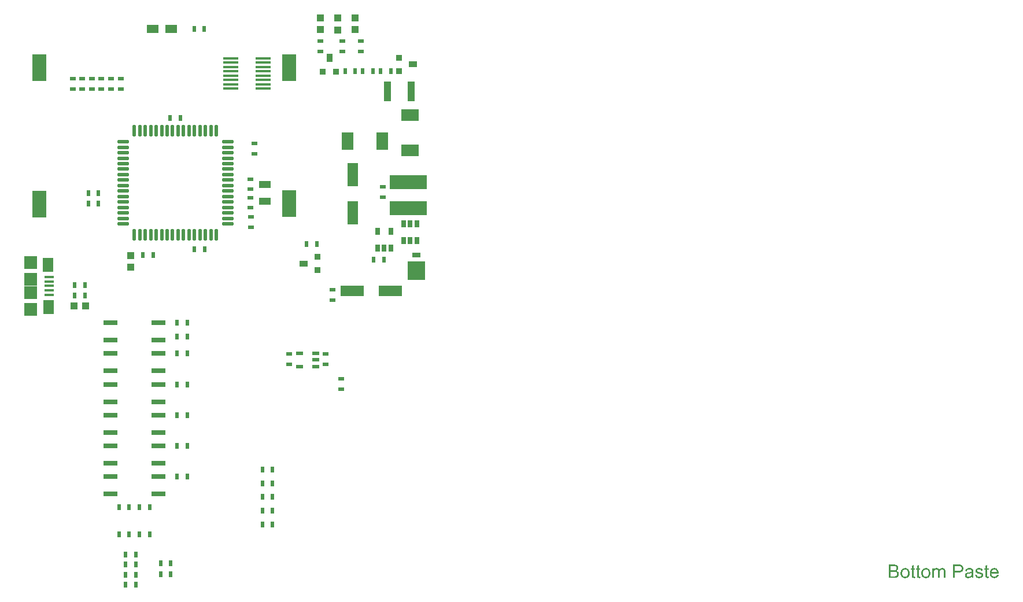
<source format=gbp>
%FSLAX25Y25*%
%MOIN*%
G70*
G01*
G75*
G04 Layer_Color=128*
%ADD10R,0.05906X0.05118*%
%ADD11R,0.03000X0.13386*%
%ADD12C,0.01200*%
%ADD13C,0.02500*%
%ADD14C,0.05000*%
%ADD15C,0.17716*%
%ADD16C,0.08661*%
%ADD17C,0.05906*%
%ADD18C,0.10000*%
%ADD19C,0.07874*%
%ADD20C,0.07000*%
%ADD21R,0.07000X0.07000*%
%ADD22C,0.07874*%
%ADD23R,0.05906X0.05906*%
%ADD24R,0.07000X0.07000*%
%ADD25C,0.04724*%
%ADD26C,0.06000*%
%ADD27C,0.03150*%
%ADD28C,0.03937*%
%ADD29R,0.03937X0.11811*%
%ADD30R,0.02756X0.03937*%
%ADD31R,0.03600X0.03600*%
%ADD32R,0.05000X0.03600*%
%ADD33R,0.02362X0.03543*%
%ADD34R,0.03543X0.02362*%
%ADD35R,0.03937X0.04331*%
%ADD36R,0.09843X0.07087*%
%ADD37R,0.07087X0.09843*%
%ADD38R,0.06299X0.13780*%
%ADD39R,0.13780X0.06299*%
%ADD40R,0.03937X0.02362*%
%ADD41O,0.08858X0.01575*%
%ADD42R,0.06890X0.04921*%
%ADD43O,0.02165X0.06890*%
%ADD44O,0.06890X0.02165*%
%ADD45R,0.07087X0.03937*%
%ADD46R,0.04331X0.03937*%
%ADD47R,0.07874X0.03150*%
%ADD48R,0.03600X0.05000*%
%ADD49R,0.03600X0.03600*%
%ADD50R,0.02559X0.04331*%
%ADD51R,0.05315X0.01575*%
%ADD52R,0.06299X0.08268*%
%ADD53R,0.07480X0.07480*%
%ADD54R,0.21654X0.08465*%
%ADD55R,0.05000X0.02500*%
%ADD56R,0.10000X0.10512*%
%ADD57C,0.02000*%
%ADD58C,0.10000*%
%ADD59R,0.46850X0.13386*%
%ADD60R,0.24410X0.18504*%
%ADD61R,0.34646X0.04724*%
%ADD62R,0.25591X0.18110*%
%ADD63R,0.20079X0.05512*%
%ADD64R,0.10236X0.26378*%
%ADD65R,0.27559X0.20472*%
%ADD66R,0.27165X0.35433*%
%ADD67R,0.08661X0.04331*%
%ADD68R,0.09449X0.02362*%
%ADD69R,0.05118X0.07087*%
%ADD70R,0.03937X0.05118*%
%ADD71R,0.03937X0.03150*%
%ADD72R,0.07874X0.15748*%
%ADD73C,0.00965*%
%ADD74C,0.01000*%
%ADD75C,0.00500*%
%ADD76C,0.00700*%
%ADD77R,0.06706X0.05918*%
%ADD78R,0.03800X0.14186*%
%ADD79C,0.18517*%
%ADD80C,0.09461*%
%ADD81C,0.06706*%
%ADD82C,0.10800*%
%ADD83C,0.13874*%
%ADD84C,0.07800*%
%ADD85R,0.07800X0.07800*%
%ADD86C,0.08674*%
%ADD87R,0.06706X0.06706*%
%ADD88R,0.07800X0.07800*%
%ADD89C,0.05524*%
G04:AMPARAMS|DCode=90|XSize=8mil|YSize=8mil|CornerRadius=0mil|HoleSize=0mil|Usage=FLASHONLY|Rotation=90.000|XOffset=0mil|YOffset=0mil|HoleType=Round|Shape=RoundedRectangle|*
%AMROUNDEDRECTD90*
21,1,0.00800,0.00800,0,0,90.0*
21,1,0.00800,0.00800,0,0,90.0*
1,1,0.00000,0.00400,0.00400*
1,1,0.00000,0.00400,-0.00400*
1,1,0.00000,-0.00400,-0.00400*
1,1,0.00000,-0.00400,0.00400*
%
%ADD90ROUNDEDRECTD90*%
%ADD91C,0.06800*%
%ADD92R,0.04737X0.12611*%
%ADD93R,0.03556X0.04737*%
%ADD94R,0.04400X0.04400*%
%ADD95R,0.05800X0.04400*%
%ADD96R,0.03162X0.04343*%
%ADD97R,0.04343X0.03162*%
%ADD98R,0.04737X0.05131*%
%ADD99R,0.10642X0.07887*%
%ADD100R,0.07887X0.10642*%
%ADD101R,0.07099X0.14579*%
%ADD102R,0.14579X0.07099*%
%ADD103R,0.04737X0.03162*%
%ADD104O,0.09658X0.02375*%
%ADD105R,0.07690X0.05721*%
%ADD106O,0.02965X0.07690*%
%ADD107O,0.07690X0.02965*%
%ADD108R,0.07887X0.04737*%
%ADD109R,0.05131X0.04737*%
%ADD110R,0.08674X0.03950*%
%ADD111R,0.04400X0.05800*%
%ADD112R,0.04400X0.04400*%
%ADD113R,0.03359X0.05131*%
%ADD114R,0.06115X0.02375*%
%ADD115R,0.07099X0.09068*%
%ADD116R,0.08280X0.08280*%
%ADD117R,0.22453X0.09265*%
%ADD118R,0.05800X0.03300*%
%ADD119R,0.10800X0.11312*%
%ADD120R,0.08674X0.16548*%
G36*
X558870Y35812D02*
X559825D01*
Y35079D01*
X558870D01*
Y31801D01*
Y31779D01*
Y31735D01*
Y31668D01*
X558881Y31590D01*
X558892Y31412D01*
X558903Y31335D01*
X558914Y31279D01*
X558925Y31257D01*
X558959Y31212D01*
X559003Y31157D01*
X559081Y31101D01*
X559103Y31090D01*
X559159Y31068D01*
X559259Y31046D01*
X559403Y31035D01*
X559514D01*
X559570Y31046D01*
X559648D01*
X559736Y31057D01*
X559825Y31068D01*
X559948Y30235D01*
X559925D01*
X559881Y30224D01*
X559803Y30213D01*
X559703Y30201D01*
X559592Y30179D01*
X559470Y30168D01*
X559226Y30157D01*
X559137D01*
X559048Y30168D01*
X558937Y30179D01*
X558803Y30190D01*
X558670Y30224D01*
X558548Y30257D01*
X558426Y30312D01*
X558414Y30324D01*
X558381Y30346D01*
X558337Y30379D01*
X558270Y30435D01*
X558215Y30490D01*
X558148Y30568D01*
X558081Y30646D01*
X558037Y30746D01*
Y30757D01*
X558014Y30801D01*
X558003Y30879D01*
X557981Y30990D01*
X557959Y31135D01*
X557948Y31223D01*
Y31324D01*
X557937Y31446D01*
X557926Y31568D01*
Y31701D01*
Y31857D01*
Y35079D01*
X557226D01*
Y35812D01*
X557926D01*
Y37190D01*
X558870Y37756D01*
Y35812D01*
D02*
G37*
G36*
X519441D02*
X520396D01*
Y35079D01*
X519441D01*
Y31801D01*
Y31779D01*
Y31735D01*
Y31668D01*
X519452Y31590D01*
X519463Y31412D01*
X519474Y31335D01*
X519485Y31279D01*
X519496Y31257D01*
X519529Y31212D01*
X519574Y31157D01*
X519652Y31101D01*
X519674Y31090D01*
X519729Y31068D01*
X519829Y31046D01*
X519974Y31035D01*
X520085D01*
X520141Y31046D01*
X520218D01*
X520307Y31057D01*
X520396Y31068D01*
X520518Y30235D01*
X520496D01*
X520452Y30224D01*
X520374Y30213D01*
X520274Y30201D01*
X520163Y30179D01*
X520041Y30168D01*
X519796Y30157D01*
X519707D01*
X519618Y30168D01*
X519507Y30179D01*
X519374Y30190D01*
X519241Y30224D01*
X519118Y30257D01*
X518996Y30312D01*
X518985Y30324D01*
X518952Y30346D01*
X518907Y30379D01*
X518841Y30435D01*
X518785Y30490D01*
X518718Y30568D01*
X518652Y30646D01*
X518607Y30746D01*
Y30757D01*
X518585Y30801D01*
X518574Y30879D01*
X518552Y30990D01*
X518530Y31135D01*
X518518Y31223D01*
Y31324D01*
X518507Y31446D01*
X518496Y31568D01*
Y31701D01*
Y31857D01*
Y35079D01*
X517796D01*
Y35812D01*
X518496D01*
Y37190D01*
X519441Y37756D01*
Y35812D01*
D02*
G37*
G36*
X505386Y37912D02*
X505475D01*
X505675Y37890D01*
X505898Y37867D01*
X506131Y37823D01*
X506364Y37767D01*
X506575Y37690D01*
X506586D01*
X506597Y37678D01*
X506664Y37645D01*
X506764Y37589D01*
X506875Y37512D01*
X507009Y37412D01*
X507153Y37290D01*
X507286Y37134D01*
X507408Y36967D01*
X507419Y36945D01*
X507453Y36878D01*
X507508Y36790D01*
X507564Y36656D01*
X507619Y36501D01*
X507675Y36334D01*
X507708Y36145D01*
X507720Y35956D01*
Y35934D01*
Y35879D01*
X507708Y35779D01*
X507686Y35656D01*
X507653Y35512D01*
X507597Y35356D01*
X507531Y35201D01*
X507442Y35034D01*
X507431Y35012D01*
X507397Y34968D01*
X507331Y34879D01*
X507242Y34790D01*
X507131Y34679D01*
X506997Y34556D01*
X506831Y34445D01*
X506642Y34334D01*
X506653D01*
X506675Y34323D01*
X506708Y34312D01*
X506753Y34290D01*
X506886Y34245D01*
X507042Y34168D01*
X507208Y34068D01*
X507397Y33945D01*
X507564Y33801D01*
X507720Y33623D01*
X507731Y33601D01*
X507775Y33534D01*
X507842Y33434D01*
X507908Y33301D01*
X507975Y33123D01*
X508042Y32934D01*
X508086Y32712D01*
X508097Y32468D01*
Y32457D01*
Y32446D01*
Y32379D01*
X508086Y32268D01*
X508064Y32135D01*
X508042Y31979D01*
X507997Y31812D01*
X507942Y31635D01*
X507864Y31457D01*
X507853Y31435D01*
X507820Y31379D01*
X507775Y31301D01*
X507708Y31190D01*
X507619Y31079D01*
X507531Y30957D01*
X507419Y30835D01*
X507297Y30735D01*
X507286Y30724D01*
X507242Y30690D01*
X507164Y30646D01*
X507064Y30601D01*
X506942Y30535D01*
X506797Y30468D01*
X506642Y30413D01*
X506453Y30357D01*
X506431D01*
X506364Y30335D01*
X506253Y30324D01*
X506109Y30301D01*
X505931Y30279D01*
X505720Y30257D01*
X505486Y30246D01*
X505220Y30235D01*
X502287D01*
Y37923D01*
X505309D01*
X505386Y37912D01*
D02*
G37*
G36*
X542694D02*
X542883Y37901D01*
X543083Y37890D01*
X543271Y37867D01*
X543438Y37845D01*
X543460D01*
X543538Y37823D01*
X543638Y37801D01*
X543772Y37767D01*
X543916Y37712D01*
X544071Y37645D01*
X544238Y37567D01*
X544382Y37478D01*
X544405Y37467D01*
X544449Y37434D01*
X544516Y37367D01*
X544605Y37290D01*
X544705Y37190D01*
X544805Y37056D01*
X544916Y36912D01*
X545005Y36745D01*
X545016Y36723D01*
X545038Y36667D01*
X545082Y36567D01*
X545127Y36434D01*
X545160Y36279D01*
X545205Y36101D01*
X545227Y35901D01*
X545238Y35690D01*
Y35679D01*
Y35645D01*
Y35601D01*
X545227Y35523D01*
X545216Y35445D01*
X545205Y35345D01*
X545182Y35234D01*
X545160Y35112D01*
X545082Y34857D01*
X545038Y34723D01*
X544971Y34579D01*
X544894Y34434D01*
X544816Y34301D01*
X544716Y34168D01*
X544605Y34034D01*
X544594Y34023D01*
X544571Y34001D01*
X544538Y33968D01*
X544483Y33934D01*
X544416Y33879D01*
X544327Y33823D01*
X544216Y33757D01*
X544094Y33701D01*
X543949Y33634D01*
X543783Y33568D01*
X543605Y33512D01*
X543394Y33468D01*
X543172Y33423D01*
X542927Y33390D01*
X542649Y33368D01*
X542360Y33357D01*
X540394D01*
Y30235D01*
X539372D01*
Y37923D01*
X542527D01*
X542694Y37912D01*
D02*
G37*
G36*
X549015Y35923D02*
X549182Y35912D01*
X549371Y35890D01*
X549560Y35856D01*
X549749Y35812D01*
X549926Y35756D01*
X549949Y35745D01*
X550004Y35723D01*
X550082Y35690D01*
X550182Y35645D01*
X550293Y35579D01*
X550404Y35512D01*
X550504Y35423D01*
X550593Y35334D01*
X550604Y35323D01*
X550626Y35290D01*
X550660Y35234D01*
X550704Y35168D01*
X550760Y35068D01*
X550804Y34968D01*
X550848Y34845D01*
X550882Y34701D01*
Y34690D01*
X550893Y34657D01*
X550904Y34590D01*
X550915Y34501D01*
Y34379D01*
X550926Y34234D01*
X550937Y34045D01*
Y33834D01*
Y32568D01*
Y32557D01*
Y32512D01*
Y32446D01*
Y32357D01*
Y32257D01*
Y32135D01*
X550948Y31868D01*
Y31590D01*
X550960Y31312D01*
X550971Y31190D01*
Y31079D01*
X550982Y30979D01*
X550993Y30901D01*
Y30890D01*
X551004Y30846D01*
X551015Y30779D01*
X551049Y30690D01*
X551071Y30590D01*
X551115Y30479D01*
X551171Y30357D01*
X551226Y30235D01*
X550238D01*
X550226Y30246D01*
X550215Y30290D01*
X550193Y30346D01*
X550160Y30435D01*
X550126Y30535D01*
X550104Y30657D01*
X550082Y30790D01*
X550060Y30935D01*
X550049D01*
X550037Y30912D01*
X549971Y30857D01*
X549871Y30779D01*
X549738Y30679D01*
X549571Y30579D01*
X549404Y30468D01*
X549227Y30368D01*
X549038Y30290D01*
X549015Y30279D01*
X548949Y30268D01*
X548849Y30235D01*
X548727Y30201D01*
X548571Y30168D01*
X548393Y30146D01*
X548193Y30124D01*
X547993Y30112D01*
X547904D01*
X547838Y30124D01*
X547760D01*
X547671Y30135D01*
X547471Y30168D01*
X547249Y30224D01*
X547005Y30301D01*
X546782Y30413D01*
X546582Y30557D01*
X546560Y30579D01*
X546504Y30635D01*
X546427Y30735D01*
X546338Y30868D01*
X546249Y31035D01*
X546171Y31223D01*
X546116Y31457D01*
X546105Y31568D01*
X546094Y31701D01*
Y31723D01*
Y31768D01*
X546105Y31846D01*
X546116Y31946D01*
X546138Y32068D01*
X546171Y32190D01*
X546216Y32323D01*
X546271Y32446D01*
X546282Y32457D01*
X546305Y32501D01*
X546349Y32568D01*
X546405Y32646D01*
X546471Y32735D01*
X546560Y32823D01*
X546649Y32912D01*
X546760Y32990D01*
X546771Y33001D01*
X546816Y33023D01*
X546871Y33068D01*
X546960Y33112D01*
X547060Y33157D01*
X547182Y33212D01*
X547304Y33257D01*
X547449Y33301D01*
X547460D01*
X547504Y33312D01*
X547571Y33334D01*
X547660Y33345D01*
X547771Y33368D01*
X547916Y33390D01*
X548082Y33423D01*
X548282Y33446D01*
X548293D01*
X548338Y33457D01*
X548393D01*
X548471Y33468D01*
X548560Y33479D01*
X548671Y33501D01*
X548793Y33512D01*
X548926Y33534D01*
X549193Y33590D01*
X549482Y33645D01*
X549738Y33712D01*
X549860Y33746D01*
X549971Y33779D01*
Y33790D01*
Y33812D01*
X549982Y33879D01*
Y33957D01*
Y34001D01*
Y34023D01*
Y34034D01*
Y34045D01*
Y34112D01*
X549971Y34223D01*
X549949Y34345D01*
X549915Y34479D01*
X549860Y34612D01*
X549793Y34734D01*
X549704Y34834D01*
X549693Y34845D01*
X549638Y34890D01*
X549549Y34934D01*
X549438Y35001D01*
X549282Y35056D01*
X549104Y35112D01*
X548882Y35145D01*
X548627Y35156D01*
X548515D01*
X548404Y35145D01*
X548249Y35123D01*
X548093Y35101D01*
X547927Y35056D01*
X547771Y35001D01*
X547638Y34923D01*
X547627Y34912D01*
X547582Y34879D01*
X547527Y34823D01*
X547460Y34734D01*
X547393Y34623D01*
X547316Y34479D01*
X547249Y34301D01*
X547182Y34101D01*
X546260Y34223D01*
Y34234D01*
X546271Y34245D01*
Y34279D01*
X546282Y34323D01*
X546316Y34423D01*
X546360Y34568D01*
X546416Y34712D01*
X546482Y34868D01*
X546571Y35023D01*
X546671Y35168D01*
X546682Y35179D01*
X546727Y35223D01*
X546793Y35290D01*
X546882Y35379D01*
X547005Y35467D01*
X547149Y35556D01*
X547316Y35656D01*
X547504Y35734D01*
X547515D01*
X547527Y35745D01*
X547560Y35756D01*
X547604Y35767D01*
X547716Y35801D01*
X547871Y35834D01*
X548049Y35868D01*
X548271Y35901D01*
X548504Y35923D01*
X548771Y35934D01*
X548893D01*
X549015Y35923D01*
D02*
G37*
G36*
X516452Y35812D02*
X517407D01*
Y35079D01*
X516452D01*
Y31801D01*
Y31779D01*
Y31735D01*
Y31668D01*
X516463Y31590D01*
X516474Y31412D01*
X516485Y31335D01*
X516496Y31279D01*
X516507Y31257D01*
X516541Y31212D01*
X516585Y31157D01*
X516663Y31101D01*
X516685Y31090D01*
X516741Y31068D01*
X516841Y31046D01*
X516985Y31035D01*
X517096D01*
X517152Y31046D01*
X517230D01*
X517318Y31057D01*
X517407Y31068D01*
X517530Y30235D01*
X517507D01*
X517463Y30224D01*
X517385Y30213D01*
X517285Y30201D01*
X517174Y30179D01*
X517052Y30168D01*
X516808Y30157D01*
X516719D01*
X516630Y30168D01*
X516519Y30179D01*
X516385Y30190D01*
X516252Y30224D01*
X516130Y30257D01*
X516008Y30312D01*
X515997Y30324D01*
X515963Y30346D01*
X515919Y30379D01*
X515852Y30435D01*
X515797Y30490D01*
X515730Y30568D01*
X515663Y30646D01*
X515619Y30746D01*
Y30757D01*
X515596Y30801D01*
X515585Y30879D01*
X515563Y30990D01*
X515541Y31135D01*
X515530Y31223D01*
Y31324D01*
X515519Y31446D01*
X515508Y31568D01*
Y31701D01*
Y31857D01*
Y35079D01*
X514808D01*
Y35812D01*
X515508D01*
Y37190D01*
X516452Y37756D01*
Y35812D01*
D02*
G37*
G36*
X511819Y35923D02*
X511919Y35912D01*
X512030Y35890D01*
X512152Y35868D01*
X512297Y35845D01*
X512597Y35745D01*
X512752Y35690D01*
X512908Y35612D01*
X513063Y35534D01*
X513219Y35423D01*
X513363Y35312D01*
X513508Y35179D01*
X513519Y35168D01*
X513541Y35145D01*
X513575Y35101D01*
X513619Y35045D01*
X513674Y34968D01*
X513741Y34868D01*
X513808Y34756D01*
X513874Y34634D01*
X513941Y34501D01*
X514008Y34334D01*
X514074Y34168D01*
X514130Y33979D01*
X514174Y33779D01*
X514208Y33568D01*
X514230Y33345D01*
X514241Y33101D01*
Y33090D01*
Y33057D01*
Y33001D01*
Y32923D01*
X514230Y32834D01*
X514219Y32723D01*
Y32612D01*
X514197Y32490D01*
X514163Y32212D01*
X514097Y31934D01*
X514019Y31657D01*
X513908Y31401D01*
Y31390D01*
X513897Y31379D01*
X513874Y31346D01*
X513852Y31301D01*
X513774Y31190D01*
X513674Y31057D01*
X513541Y30901D01*
X513375Y30746D01*
X513186Y30590D01*
X512963Y30446D01*
X512952D01*
X512941Y30435D01*
X512908Y30413D01*
X512852Y30390D01*
X512797Y30368D01*
X512730Y30346D01*
X512564Y30279D01*
X512375Y30224D01*
X512141Y30168D01*
X511897Y30124D01*
X511630Y30112D01*
X511519D01*
X511430Y30124D01*
X511330Y30135D01*
X511219Y30157D01*
X511086Y30179D01*
X510953Y30201D01*
X510652Y30290D01*
X510486Y30357D01*
X510330Y30424D01*
X510175Y30512D01*
X510019Y30612D01*
X509875Y30724D01*
X509730Y30857D01*
X509719Y30868D01*
X509697Y30890D01*
X509664Y30935D01*
X509619Y31001D01*
X509564Y31079D01*
X509508Y31168D01*
X509442Y31279D01*
X509375Y31412D01*
X509308Y31557D01*
X509242Y31723D01*
X509186Y31901D01*
X509130Y32090D01*
X509086Y32301D01*
X509053Y32523D01*
X509030Y32768D01*
X509019Y33023D01*
Y33046D01*
Y33090D01*
X509030Y33168D01*
Y33279D01*
X509042Y33401D01*
X509064Y33557D01*
X509086Y33712D01*
X509130Y33890D01*
X509175Y34068D01*
X509231Y34257D01*
X509297Y34457D01*
X509386Y34645D01*
X509475Y34823D01*
X509597Y35001D01*
X509719Y35168D01*
X509875Y35312D01*
X509886Y35323D01*
X509908Y35334D01*
X509953Y35368D01*
X510008Y35412D01*
X510075Y35456D01*
X510164Y35512D01*
X510253Y35568D01*
X510364Y35623D01*
X510486Y35679D01*
X510619Y35734D01*
X510919Y35834D01*
X511264Y35912D01*
X511441Y35923D01*
X511630Y35934D01*
X511741D01*
X511819Y35923D01*
D02*
G37*
G36*
X533273D02*
X533350D01*
X533428Y35912D01*
X533617Y35879D01*
X533817Y35823D01*
X534028Y35734D01*
X534239Y35623D01*
X534417Y35467D01*
X534439Y35445D01*
X534483Y35379D01*
X534561Y35279D01*
X534595Y35201D01*
X534639Y35123D01*
X534684Y35023D01*
X534717Y34923D01*
X534761Y34812D01*
X534795Y34679D01*
X534817Y34545D01*
X534839Y34390D01*
X534861Y34234D01*
Y34056D01*
Y30235D01*
X533917D01*
Y33734D01*
Y33746D01*
Y33757D01*
Y33823D01*
Y33923D01*
X533906Y34045D01*
X533895Y34179D01*
X533884Y34312D01*
X533861Y34445D01*
X533828Y34545D01*
Y34556D01*
X533806Y34590D01*
X533784Y34634D01*
X533750Y34690D01*
X533706Y34756D01*
X533650Y34823D01*
X533584Y34890D01*
X533495Y34956D01*
X533484Y34968D01*
X533450Y34979D01*
X533406Y35001D01*
X533328Y35034D01*
X533250Y35068D01*
X533150Y35090D01*
X533050Y35101D01*
X532928Y35112D01*
X532872D01*
X532828Y35101D01*
X532717Y35090D01*
X532584Y35068D01*
X532428Y35012D01*
X532262Y34945D01*
X532095Y34845D01*
X531939Y34712D01*
X531928Y34690D01*
X531884Y34634D01*
X531817Y34545D01*
X531750Y34412D01*
X531673Y34234D01*
X531617Y34023D01*
X531573Y33768D01*
X531551Y33468D01*
Y30235D01*
X530606D01*
Y33845D01*
Y33857D01*
Y33879D01*
Y33901D01*
Y33945D01*
X530595Y34068D01*
X530573Y34201D01*
X530551Y34356D01*
X530506Y34512D01*
X530451Y34657D01*
X530373Y34790D01*
X530362Y34801D01*
X530328Y34845D01*
X530273Y34890D01*
X530195Y34956D01*
X530095Y35012D01*
X529962Y35068D01*
X529806Y35101D01*
X529617Y35112D01*
X529551D01*
X529473Y35101D01*
X529384Y35090D01*
X529273Y35056D01*
X529140Y35023D01*
X529017Y34968D01*
X528884Y34901D01*
X528873Y34890D01*
X528828Y34857D01*
X528773Y34812D01*
X528695Y34745D01*
X528617Y34657D01*
X528540Y34545D01*
X528462Y34423D01*
X528395Y34279D01*
X528384Y34257D01*
X528373Y34201D01*
X528351Y34112D01*
X528317Y33990D01*
X528284Y33823D01*
X528262Y33623D01*
X528251Y33390D01*
X528240Y33123D01*
Y30235D01*
X527295D01*
Y35812D01*
X528140D01*
Y35012D01*
X528151Y35034D01*
X528184Y35079D01*
X528251Y35156D01*
X528329Y35245D01*
X528429Y35356D01*
X528551Y35467D01*
X528684Y35579D01*
X528840Y35679D01*
X528862Y35690D01*
X528917Y35723D01*
X529006Y35756D01*
X529129Y35812D01*
X529273Y35856D01*
X529440Y35890D01*
X529628Y35923D01*
X529828Y35934D01*
X529928D01*
X530051Y35923D01*
X530184Y35901D01*
X530351Y35868D01*
X530517Y35823D01*
X530684Y35756D01*
X530839Y35667D01*
X530862Y35656D01*
X530906Y35623D01*
X530973Y35568D01*
X531062Y35479D01*
X531150Y35379D01*
X531250Y35256D01*
X531339Y35112D01*
X531406Y34945D01*
X531417Y34956D01*
X531439Y34990D01*
X531473Y35034D01*
X531528Y35101D01*
X531595Y35179D01*
X531673Y35256D01*
X531762Y35345D01*
X531873Y35445D01*
X531995Y35534D01*
X532117Y35623D01*
X532262Y35701D01*
X532417Y35779D01*
X532584Y35845D01*
X532761Y35890D01*
X532939Y35923D01*
X533139Y35934D01*
X533217D01*
X533273Y35923D01*
D02*
G37*
G36*
X523773D02*
X523873Y35912D01*
X523985Y35890D01*
X524107Y35868D01*
X524251Y35845D01*
X524551Y35745D01*
X524707Y35690D01*
X524862Y35612D01*
X525018Y35534D01*
X525173Y35423D01*
X525318Y35312D01*
X525462Y35179D01*
X525473Y35168D01*
X525495Y35145D01*
X525529Y35101D01*
X525573Y35045D01*
X525629Y34968D01*
X525696Y34868D01*
X525762Y34756D01*
X525829Y34634D01*
X525896Y34501D01*
X525962Y34334D01*
X526029Y34168D01*
X526084Y33979D01*
X526129Y33779D01*
X526162Y33568D01*
X526184Y33345D01*
X526195Y33101D01*
Y33090D01*
Y33057D01*
Y33001D01*
Y32923D01*
X526184Y32834D01*
X526173Y32723D01*
Y32612D01*
X526151Y32490D01*
X526118Y32212D01*
X526051Y31934D01*
X525973Y31657D01*
X525862Y31401D01*
Y31390D01*
X525851Y31379D01*
X525829Y31346D01*
X525807Y31301D01*
X525729Y31190D01*
X525629Y31057D01*
X525495Y30901D01*
X525329Y30746D01*
X525140Y30590D01*
X524918Y30446D01*
X524907D01*
X524896Y30435D01*
X524862Y30413D01*
X524807Y30390D01*
X524751Y30368D01*
X524684Y30346D01*
X524518Y30279D01*
X524329Y30224D01*
X524096Y30168D01*
X523851Y30124D01*
X523585Y30112D01*
X523474D01*
X523385Y30124D01*
X523285Y30135D01*
X523174Y30157D01*
X523040Y30179D01*
X522907Y30201D01*
X522607Y30290D01*
X522440Y30357D01*
X522285Y30424D01*
X522129Y30512D01*
X521974Y30612D01*
X521829Y30724D01*
X521685Y30857D01*
X521674Y30868D01*
X521652Y30890D01*
X521618Y30935D01*
X521574Y31001D01*
X521518Y31079D01*
X521463Y31168D01*
X521396Y31279D01*
X521329Y31412D01*
X521263Y31557D01*
X521196Y31723D01*
X521140Y31901D01*
X521085Y32090D01*
X521040Y32301D01*
X521007Y32523D01*
X520985Y32768D01*
X520974Y33023D01*
Y33046D01*
Y33090D01*
X520985Y33168D01*
Y33279D01*
X520996Y33401D01*
X521018Y33557D01*
X521040Y33712D01*
X521085Y33890D01*
X521129Y34068D01*
X521185Y34257D01*
X521251Y34457D01*
X521340Y34645D01*
X521429Y34823D01*
X521552Y35001D01*
X521674Y35168D01*
X521829Y35312D01*
X521840Y35323D01*
X521863Y35334D01*
X521907Y35368D01*
X521962Y35412D01*
X522029Y35456D01*
X522118Y35512D01*
X522207Y35568D01*
X522318Y35623D01*
X522440Y35679D01*
X522574Y35734D01*
X522873Y35834D01*
X523218Y35912D01*
X523396Y35923D01*
X523585Y35934D01*
X523696D01*
X523773Y35923D01*
D02*
G37*
G36*
X563225D02*
X563314Y35912D01*
X563425Y35890D01*
X563547Y35868D01*
X563692Y35834D01*
X563825Y35801D01*
X563981Y35745D01*
X564125Y35690D01*
X564281Y35612D01*
X564436Y35523D01*
X564592Y35423D01*
X564736Y35301D01*
X564869Y35168D01*
X564881Y35156D01*
X564903Y35134D01*
X564936Y35090D01*
X564981Y35023D01*
X565036Y34945D01*
X565092Y34857D01*
X565158Y34745D01*
X565225Y34612D01*
X565292Y34468D01*
X565358Y34312D01*
X565414Y34134D01*
X565469Y33945D01*
X565514Y33734D01*
X565547Y33512D01*
X565569Y33279D01*
X565580Y33023D01*
Y33012D01*
Y32968D01*
Y32890D01*
X565569Y32779D01*
X561403D01*
Y32768D01*
Y32735D01*
X561414Y32690D01*
Y32623D01*
X561425Y32546D01*
X561447Y32457D01*
X561481Y32257D01*
X561548Y32035D01*
X561636Y31790D01*
X561759Y31568D01*
X561914Y31368D01*
X561925D01*
X561936Y31346D01*
X562003Y31290D01*
X562103Y31212D01*
X562236Y31135D01*
X562414Y31046D01*
X562614Y30968D01*
X562836Y30912D01*
X562958Y30901D01*
X563092Y30890D01*
X563181D01*
X563281Y30901D01*
X563403Y30924D01*
X563536Y30957D01*
X563692Y31001D01*
X563836Y31068D01*
X563981Y31157D01*
X563992Y31168D01*
X564047Y31212D01*
X564114Y31279D01*
X564192Y31368D01*
X564281Y31490D01*
X564381Y31646D01*
X564480Y31823D01*
X564569Y32035D01*
X565547Y31912D01*
Y31901D01*
X565536Y31879D01*
X565525Y31835D01*
X565503Y31768D01*
X565469Y31701D01*
X565436Y31612D01*
X565347Y31424D01*
X565236Y31212D01*
X565080Y30990D01*
X564903Y30779D01*
X564680Y30579D01*
X564669D01*
X564647Y30557D01*
X564614Y30535D01*
X564569Y30501D01*
X564503Y30468D01*
X564436Y30435D01*
X564347Y30390D01*
X564247Y30346D01*
X564136Y30301D01*
X564025Y30257D01*
X563747Y30190D01*
X563436Y30135D01*
X563092Y30112D01*
X562969D01*
X562892Y30124D01*
X562792Y30135D01*
X562670Y30157D01*
X562536Y30179D01*
X562392Y30201D01*
X562081Y30290D01*
X561914Y30357D01*
X561759Y30424D01*
X561592Y30512D01*
X561436Y30612D01*
X561292Y30724D01*
X561147Y30857D01*
X561136Y30868D01*
X561114Y30890D01*
X561081Y30935D01*
X561036Y31001D01*
X560981Y31079D01*
X560925Y31168D01*
X560859Y31279D01*
X560792Y31401D01*
X560725Y31546D01*
X560659Y31701D01*
X560603Y31879D01*
X560548Y32068D01*
X560503Y32268D01*
X560470Y32490D01*
X560448Y32723D01*
X560436Y32968D01*
Y32979D01*
Y33034D01*
Y33101D01*
X560448Y33201D01*
X560459Y33323D01*
X560470Y33457D01*
X560492Y33612D01*
X560525Y33768D01*
X560614Y34123D01*
X560670Y34301D01*
X560736Y34490D01*
X560825Y34668D01*
X560925Y34834D01*
X561036Y35001D01*
X561159Y35156D01*
X561170Y35168D01*
X561192Y35190D01*
X561236Y35223D01*
X561292Y35279D01*
X561359Y35334D01*
X561447Y35401D01*
X561548Y35479D01*
X561670Y35545D01*
X561792Y35623D01*
X561936Y35690D01*
X562092Y35756D01*
X562258Y35812D01*
X562436Y35868D01*
X562625Y35901D01*
X562825Y35923D01*
X563036Y35934D01*
X563147D01*
X563225Y35923D01*
D02*
G37*
G36*
X554448D02*
X554615Y35912D01*
X554793Y35890D01*
X554982Y35845D01*
X555181Y35801D01*
X555370Y35734D01*
X555381D01*
X555393Y35723D01*
X555448Y35701D01*
X555537Y35656D01*
X555648Y35601D01*
X555770Y35523D01*
X555893Y35434D01*
X556004Y35334D01*
X556104Y35223D01*
X556115Y35212D01*
X556137Y35168D01*
X556181Y35090D01*
X556237Y35001D01*
X556292Y34868D01*
X556348Y34723D01*
X556392Y34556D01*
X556437Y34368D01*
X555515Y34245D01*
Y34268D01*
X555504Y34312D01*
X555481Y34390D01*
X555448Y34490D01*
X555393Y34590D01*
X555326Y34701D01*
X555248Y34812D01*
X555137Y34912D01*
X555126Y34923D01*
X555081Y34945D01*
X555015Y34990D01*
X554915Y35034D01*
X554804Y35079D01*
X554659Y35123D01*
X554482Y35145D01*
X554293Y35156D01*
X554181D01*
X554070Y35145D01*
X553926Y35134D01*
X553782Y35101D01*
X553626Y35068D01*
X553482Y35012D01*
X553359Y34934D01*
X553348Y34923D01*
X553315Y34901D01*
X553270Y34857D01*
X553226Y34790D01*
X553170Y34723D01*
X553126Y34634D01*
X553093Y34534D01*
X553082Y34434D01*
Y34423D01*
Y34401D01*
X553093Y34368D01*
Y34323D01*
X553126Y34212D01*
X553193Y34101D01*
X553204Y34090D01*
X553215Y34079D01*
X553237Y34045D01*
X553282Y34012D01*
X553326Y33979D01*
X553393Y33934D01*
X553471Y33901D01*
X553559Y33857D01*
X553571D01*
X553593Y33845D01*
X553637Y33834D01*
X553715Y33801D01*
X553826Y33768D01*
X553970Y33734D01*
X554059Y33701D01*
X554159Y33679D01*
X554270Y33645D01*
X554393Y33612D01*
X554404D01*
X554437Y33601D01*
X554493Y33590D01*
X554559Y33568D01*
X554637Y33546D01*
X554737Y33523D01*
X554948Y33457D01*
X555181Y33390D01*
X555415Y33312D01*
X555626Y33234D01*
X555715Y33201D01*
X555793Y33168D01*
X555815Y33157D01*
X555859Y33134D01*
X555926Y33101D01*
X556026Y33046D01*
X556126Y32979D01*
X556226Y32890D01*
X556326Y32790D01*
X556415Y32679D01*
X556426Y32668D01*
X556448Y32623D01*
X556492Y32557D01*
X556537Y32457D01*
X556570Y32335D01*
X556615Y32201D01*
X556637Y32046D01*
X556648Y31868D01*
Y31846D01*
Y31790D01*
X556637Y31701D01*
X556615Y31579D01*
X556581Y31446D01*
X556526Y31301D01*
X556459Y31135D01*
X556370Y30979D01*
X556359Y30957D01*
X556315Y30912D01*
X556259Y30835D01*
X556170Y30746D01*
X556048Y30646D01*
X555915Y30535D01*
X555759Y30435D01*
X555570Y30335D01*
X555559D01*
X555548Y30324D01*
X555481Y30301D01*
X555370Y30268D01*
X555226Y30224D01*
X555048Y30179D01*
X554848Y30146D01*
X554637Y30124D01*
X554393Y30112D01*
X554293D01*
X554215Y30124D01*
X554126D01*
X554015Y30135D01*
X553904Y30146D01*
X553782Y30168D01*
X553515Y30224D01*
X553237Y30301D01*
X552971Y30413D01*
X552848Y30479D01*
X552737Y30557D01*
X552726Y30568D01*
X552715Y30579D01*
X552648Y30646D01*
X552548Y30746D01*
X552437Y30901D01*
X552315Y31090D01*
X552193Y31312D01*
X552093Y31590D01*
X552015Y31901D01*
X552948Y32046D01*
Y32035D01*
Y32023D01*
X552971Y31957D01*
X552993Y31846D01*
X553037Y31723D01*
X553093Y31590D01*
X553159Y31446D01*
X553259Y31301D01*
X553382Y31179D01*
X553404Y31168D01*
X553448Y31135D01*
X553537Y31090D01*
X553648Y31035D01*
X553793Y30979D01*
X553959Y30935D01*
X554159Y30901D01*
X554393Y30890D01*
X554504D01*
X554615Y30901D01*
X554759Y30924D01*
X554915Y30957D01*
X555081Y31001D01*
X555226Y31057D01*
X555359Y31146D01*
X555370Y31157D01*
X555415Y31190D01*
X555459Y31246D01*
X555526Y31324D01*
X555581Y31412D01*
X555637Y31523D01*
X555670Y31635D01*
X555681Y31768D01*
Y31779D01*
Y31823D01*
X555670Y31879D01*
X555648Y31957D01*
X555615Y32035D01*
X555559Y32112D01*
X555492Y32201D01*
X555393Y32268D01*
X555381Y32279D01*
X555348Y32290D01*
X555293Y32323D01*
X555204Y32357D01*
X555070Y32401D01*
X554993Y32434D01*
X554904Y32457D01*
X554804Y32490D01*
X554693Y32523D01*
X554570Y32557D01*
X554426Y32590D01*
X554415D01*
X554382Y32601D01*
X554326Y32612D01*
X554259Y32634D01*
X554170Y32657D01*
X554070Y32690D01*
X553859Y32746D01*
X553615Y32823D01*
X553382Y32890D01*
X553159Y32968D01*
X553059Y33012D01*
X552982Y33046D01*
X552959Y33057D01*
X552915Y33079D01*
X552848Y33123D01*
X552760Y33179D01*
X552660Y33257D01*
X552560Y33345D01*
X552459Y33446D01*
X552371Y33568D01*
X552359Y33579D01*
X552337Y33623D01*
X552304Y33701D01*
X552271Y33790D01*
X552237Y33901D01*
X552204Y34034D01*
X552182Y34168D01*
X552171Y34323D01*
Y34345D01*
Y34390D01*
X552182Y34457D01*
X552193Y34556D01*
X552215Y34657D01*
X552237Y34779D01*
X552282Y34890D01*
X552337Y35012D01*
X552348Y35023D01*
X552371Y35068D01*
X552404Y35123D01*
X552459Y35201D01*
X552526Y35279D01*
X552604Y35379D01*
X552693Y35467D01*
X552804Y35545D01*
X552815Y35556D01*
X552848Y35568D01*
X552893Y35601D01*
X552959Y35634D01*
X553048Y35679D01*
X553148Y35723D01*
X553270Y35767D01*
X553404Y35812D01*
X553426Y35823D01*
X553471Y35834D01*
X553548Y35856D01*
X553648Y35879D01*
X553770Y35901D01*
X553904Y35912D01*
X554059Y35934D01*
X554326D01*
X554448Y35923D01*
D02*
G37*
%LPC*%
G36*
X563047Y35156D02*
X562981D01*
X562936Y35145D01*
X562814Y35134D01*
X562670Y35101D01*
X562492Y35045D01*
X562303Y34968D01*
X562125Y34857D01*
X561947Y34712D01*
X561925Y34690D01*
X561881Y34634D01*
X561803Y34534D01*
X561725Y34401D01*
X561636Y34245D01*
X561559Y34045D01*
X561492Y33812D01*
X561459Y33557D01*
X564580D01*
Y33568D01*
Y33590D01*
X564569Y33623D01*
Y33668D01*
X564547Y33801D01*
X564514Y33945D01*
X564458Y34123D01*
X564403Y34290D01*
X564314Y34457D01*
X564214Y34601D01*
Y34612D01*
X564192Y34623D01*
X564136Y34690D01*
X564036Y34779D01*
X563903Y34879D01*
X563736Y34979D01*
X563536Y35068D01*
X563303Y35134D01*
X563181Y35145D01*
X563047Y35156D01*
D02*
G37*
G36*
X542594Y37012D02*
X540394D01*
Y34268D01*
X542460D01*
X542538Y34279D01*
X542616D01*
X542705Y34290D01*
X542916Y34312D01*
X543149Y34356D01*
X543383Y34423D01*
X543594Y34512D01*
X543694Y34568D01*
X543772Y34634D01*
X543794Y34657D01*
X543838Y34701D01*
X543905Y34790D01*
X543983Y34901D01*
X544060Y35045D01*
X544127Y35223D01*
X544171Y35423D01*
X544194Y35656D01*
Y35667D01*
Y35679D01*
Y35734D01*
X544182Y35834D01*
X544160Y35945D01*
X544138Y36068D01*
X544094Y36212D01*
X544027Y36345D01*
X543949Y36478D01*
X543938Y36490D01*
X543905Y36534D01*
X543849Y36590D01*
X543783Y36667D01*
X543683Y36745D01*
X543572Y36812D01*
X543449Y36878D01*
X543305Y36934D01*
X543294D01*
X543249Y36945D01*
X543183Y36956D01*
X543094Y36979D01*
X542960Y36990D01*
X542794Y37001D01*
X542594Y37012D01*
D02*
G37*
G36*
X505131D02*
X503309D01*
Y34701D01*
X505197D01*
X505342Y34712D01*
X505498Y34723D01*
X505653Y34734D01*
X505809Y34756D01*
X505931Y34779D01*
X505953Y34790D01*
X505998Y34801D01*
X506064Y34834D01*
X506153Y34879D01*
X506242Y34923D01*
X506342Y34990D01*
X506442Y35079D01*
X506520Y35168D01*
X506531Y35179D01*
X506553Y35212D01*
X506586Y35279D01*
X506620Y35356D01*
X506653Y35445D01*
X506686Y35556D01*
X506708Y35690D01*
X506720Y35834D01*
Y35856D01*
Y35901D01*
X506708Y35967D01*
X506697Y36056D01*
X506675Y36167D01*
X506642Y36279D01*
X506597Y36390D01*
X506531Y36501D01*
X506520Y36512D01*
X506497Y36545D01*
X506453Y36601D01*
X506397Y36656D01*
X506320Y36723D01*
X506231Y36790D01*
X506120Y36856D01*
X505998Y36901D01*
X505986D01*
X505931Y36923D01*
X505853Y36934D01*
X505731Y36956D01*
X505564Y36979D01*
X505375Y36990D01*
X505131Y37012D01*
D02*
G37*
G36*
X505331Y33790D02*
X503309D01*
Y31146D01*
X505498D01*
X505731Y31157D01*
X505831Y31168D01*
X505920Y31179D01*
X505931D01*
X505975Y31190D01*
X506042Y31201D01*
X506120Y31223D01*
X506309Y31290D01*
X506497Y31379D01*
X506508Y31390D01*
X506542Y31412D01*
X506586Y31446D01*
X506642Y31490D01*
X506697Y31557D01*
X506775Y31624D01*
X506831Y31712D01*
X506897Y31812D01*
X506909Y31823D01*
X506920Y31857D01*
X506942Y31923D01*
X506975Y32001D01*
X507009Y32090D01*
X507031Y32201D01*
X507042Y32335D01*
X507053Y32468D01*
Y32490D01*
Y32535D01*
X507042Y32623D01*
X507020Y32723D01*
X506997Y32834D01*
X506953Y32957D01*
X506897Y33079D01*
X506820Y33201D01*
X506809Y33212D01*
X506775Y33257D01*
X506731Y33312D01*
X506664Y33379D01*
X506575Y33457D01*
X506464Y33534D01*
X506342Y33601D01*
X506197Y33657D01*
X506175Y33668D01*
X506131Y33679D01*
X506031Y33701D01*
X505909Y33723D01*
X505753Y33746D01*
X505564Y33768D01*
X505331Y33790D01*
D02*
G37*
G36*
X549982Y33034D02*
X549971D01*
X549960Y33023D01*
X549926Y33012D01*
X549882Y33001D01*
X549826Y32979D01*
X549760Y32957D01*
X549682Y32934D01*
X549593Y32912D01*
X549493Y32879D01*
X549371Y32857D01*
X549249Y32823D01*
X549104Y32790D01*
X548949Y32757D01*
X548793Y32723D01*
X548615Y32701D01*
X548427Y32668D01*
X548404D01*
X548338Y32657D01*
X548227Y32634D01*
X548104Y32612D01*
X547971Y32590D01*
X547838Y32557D01*
X547716Y32523D01*
X547604Y32479D01*
X547593D01*
X547560Y32457D01*
X547515Y32434D01*
X547471Y32401D01*
X547338Y32312D01*
X547227Y32179D01*
Y32168D01*
X547204Y32146D01*
X547193Y32101D01*
X547171Y32046D01*
X547149Y31979D01*
X547127Y31912D01*
X547116Y31823D01*
X547105Y31735D01*
Y31723D01*
Y31668D01*
X547116Y31601D01*
X547138Y31512D01*
X547171Y31412D01*
X547227Y31312D01*
X547293Y31201D01*
X547382Y31101D01*
X547393Y31090D01*
X547438Y31068D01*
X547504Y31023D01*
X547593Y30979D01*
X547716Y30935D01*
X547860Y30890D01*
X548027Y30868D01*
X548227Y30857D01*
X548315D01*
X548427Y30868D01*
X548549Y30890D01*
X548704Y30912D01*
X548860Y30957D01*
X549026Y31012D01*
X549193Y31090D01*
X549215Y31101D01*
X549260Y31135D01*
X549338Y31190D01*
X549427Y31268D01*
X549526Y31357D01*
X549638Y31468D01*
X549726Y31601D01*
X549815Y31746D01*
X549826Y31757D01*
X549837Y31801D01*
X549860Y31879D01*
X549893Y31979D01*
X549926Y32112D01*
X549949Y32268D01*
X549960Y32457D01*
X549971Y32679D01*
X549982Y33034D01*
D02*
G37*
G36*
X511630Y35156D02*
X511564D01*
X511508Y35145D01*
X511386Y35134D01*
X511219Y35090D01*
X511030Y35023D01*
X510830Y34934D01*
X510641Y34801D01*
X510541Y34712D01*
X510453Y34623D01*
Y34612D01*
X510430Y34601D01*
X510408Y34568D01*
X510375Y34523D01*
X510342Y34468D01*
X510308Y34401D01*
X510264Y34312D01*
X510219Y34223D01*
X510175Y34112D01*
X510130Y34001D01*
X510097Y33868D01*
X510064Y33723D01*
X510030Y33568D01*
X510008Y33401D01*
X509997Y33212D01*
X509986Y33023D01*
Y33012D01*
Y32979D01*
Y32923D01*
X509997Y32846D01*
Y32757D01*
X510008Y32657D01*
X510042Y32423D01*
X510097Y32157D01*
X510186Y31890D01*
X510297Y31635D01*
X510375Y31523D01*
X510453Y31412D01*
X510464D01*
X510475Y31390D01*
X510541Y31335D01*
X510641Y31246D01*
X510775Y31157D01*
X510941Y31057D01*
X511141Y30968D01*
X511375Y30912D01*
X511497Y30901D01*
X511630Y30890D01*
X511697D01*
X511752Y30901D01*
X511875Y30924D01*
X512041Y30957D01*
X512219Y31023D01*
X512419Y31112D01*
X512608Y31246D01*
X512708Y31335D01*
X512797Y31424D01*
X512808Y31435D01*
X512819Y31446D01*
X512841Y31479D01*
X512875Y31523D01*
X512908Y31579D01*
X512952Y31646D01*
X512997Y31735D01*
X513041Y31823D01*
X513086Y31934D01*
X513119Y32057D01*
X513163Y32190D01*
X513197Y32335D01*
X513230Y32501D01*
X513252Y32668D01*
X513274Y32857D01*
Y33057D01*
Y33068D01*
Y33101D01*
Y33157D01*
X513263Y33223D01*
Y33312D01*
X513252Y33412D01*
X513219Y33645D01*
X513163Y33890D01*
X513074Y34157D01*
X512952Y34401D01*
X512886Y34523D01*
X512797Y34623D01*
Y34634D01*
X512775Y34645D01*
X512708Y34712D01*
X512608Y34790D01*
X512475Y34890D01*
X512308Y34990D01*
X512108Y35079D01*
X511886Y35134D01*
X511764Y35145D01*
X511630Y35156D01*
D02*
G37*
G36*
X523585D02*
X523518D01*
X523462Y35145D01*
X523340Y35134D01*
X523174Y35090D01*
X522985Y35023D01*
X522785Y34934D01*
X522596Y34801D01*
X522496Y34712D01*
X522407Y34623D01*
Y34612D01*
X522385Y34601D01*
X522363Y34568D01*
X522329Y34523D01*
X522296Y34468D01*
X522262Y34401D01*
X522218Y34312D01*
X522174Y34223D01*
X522129Y34112D01*
X522085Y34001D01*
X522051Y33868D01*
X522018Y33723D01*
X521985Y33568D01*
X521962Y33401D01*
X521951Y33212D01*
X521940Y33023D01*
Y33012D01*
Y32979D01*
Y32923D01*
X521951Y32846D01*
Y32757D01*
X521962Y32657D01*
X521996Y32423D01*
X522051Y32157D01*
X522140Y31890D01*
X522251Y31635D01*
X522329Y31523D01*
X522407Y31412D01*
X522418D01*
X522429Y31390D01*
X522496Y31335D01*
X522596Y31246D01*
X522729Y31157D01*
X522896Y31057D01*
X523096Y30968D01*
X523329Y30912D01*
X523451Y30901D01*
X523585Y30890D01*
X523651D01*
X523707Y30901D01*
X523829Y30924D01*
X523996Y30957D01*
X524173Y31023D01*
X524373Y31112D01*
X524562Y31246D01*
X524662Y31335D01*
X524751Y31424D01*
X524762Y31435D01*
X524773Y31446D01*
X524796Y31479D01*
X524829Y31523D01*
X524862Y31579D01*
X524907Y31646D01*
X524951Y31735D01*
X524996Y31823D01*
X525040Y31934D01*
X525073Y32057D01*
X525118Y32190D01*
X525151Y32335D01*
X525184Y32501D01*
X525207Y32668D01*
X525229Y32857D01*
Y33057D01*
Y33068D01*
Y33101D01*
Y33157D01*
X525218Y33223D01*
Y33312D01*
X525207Y33412D01*
X525173Y33645D01*
X525118Y33890D01*
X525029Y34157D01*
X524907Y34401D01*
X524840Y34523D01*
X524751Y34623D01*
Y34634D01*
X524729Y34645D01*
X524662Y34712D01*
X524562Y34790D01*
X524429Y34890D01*
X524262Y34990D01*
X524062Y35079D01*
X523840Y35134D01*
X523718Y35145D01*
X523585Y35156D01*
D02*
G37*
%LPD*%
D29*
X226772Y310630D02*
D03*
X213386D02*
D03*
D30*
X230118Y224803D02*
D03*
X226378D02*
D03*
X222638D02*
D03*
Y234252D02*
D03*
X226378D02*
D03*
X230118D02*
D03*
D31*
X220079Y322441D02*
D03*
Y329941D02*
D03*
X172947Y207805D02*
D03*
Y215305D02*
D03*
D32*
X228079Y326241D02*
D03*
X164947Y211506D02*
D03*
D33*
X204921Y322441D02*
D03*
X199016D02*
D03*
X209252D02*
D03*
X215158D02*
D03*
X107721Y346746D02*
D03*
X101816D02*
D03*
X188779Y322441D02*
D03*
X194685D02*
D03*
X172638Y222835D02*
D03*
X166732D02*
D03*
X87872Y295428D02*
D03*
X93777D02*
D03*
X46698Y252062D02*
D03*
X40792D02*
D03*
Y246156D02*
D03*
X46698D02*
D03*
X107968Y219563D02*
D03*
X102062D02*
D03*
X78194Y216432D02*
D03*
X72288D02*
D03*
X32918Y198912D02*
D03*
X38824D02*
D03*
X32918Y193006D02*
D03*
X38824D02*
D03*
X64414Y70959D02*
D03*
X58509D02*
D03*
X62402Y37992D02*
D03*
X68307D02*
D03*
X64414Y55211D02*
D03*
X58509D02*
D03*
X76225D02*
D03*
X70320D02*
D03*
X88386Y32283D02*
D03*
X82480D02*
D03*
X76225Y70959D02*
D03*
X70320D02*
D03*
X82480Y38583D02*
D03*
X88386D02*
D03*
X97879Y88676D02*
D03*
X91973D02*
D03*
X97879Y106392D02*
D03*
X91973D02*
D03*
X97879Y124109D02*
D03*
X91973D02*
D03*
X97879Y141825D02*
D03*
X91973D02*
D03*
X97879Y159542D02*
D03*
X91973D02*
D03*
X141186Y92614D02*
D03*
X147091D02*
D03*
X141186Y84740D02*
D03*
X147091D02*
D03*
X141186Y76866D02*
D03*
X147091D02*
D03*
X141186Y68992D02*
D03*
X147091D02*
D03*
X141186Y61118D02*
D03*
X147091D02*
D03*
X97879Y177258D02*
D03*
X91973D02*
D03*
X205315Y213583D02*
D03*
X211221D02*
D03*
X68307Y43701D02*
D03*
X62402D02*
D03*
X68307Y26378D02*
D03*
X62402D02*
D03*
Y32087D02*
D03*
X68307D02*
D03*
X97835Y169291D02*
D03*
X91929D02*
D03*
D34*
X177756Y159252D02*
D03*
Y153347D02*
D03*
X210433Y255709D02*
D03*
Y249803D02*
D03*
X174516Y333649D02*
D03*
Y339554D02*
D03*
X187249Y333754D02*
D03*
Y339660D02*
D03*
X198031Y339567D02*
D03*
Y333661D02*
D03*
X181693Y196260D02*
D03*
Y190354D02*
D03*
X156496Y153347D02*
D03*
Y159252D02*
D03*
X186614Y145079D02*
D03*
Y139173D02*
D03*
X134493Y238386D02*
D03*
Y232480D02*
D03*
X136461Y280605D02*
D03*
Y274699D02*
D03*
X37402Y312008D02*
D03*
Y317913D02*
D03*
X42913Y312008D02*
D03*
Y317913D02*
D03*
X134312Y260122D02*
D03*
Y254216D02*
D03*
X134356Y243548D02*
D03*
Y249454D02*
D03*
X53937Y312008D02*
D03*
Y317913D02*
D03*
X59449Y312008D02*
D03*
Y317913D02*
D03*
X48425D02*
D03*
Y312008D02*
D03*
X31890Y317913D02*
D03*
Y312008D02*
D03*
D35*
X174515Y346284D02*
D03*
Y352977D02*
D03*
X194553Y346284D02*
D03*
Y352977D02*
D03*
X184533Y346166D02*
D03*
Y352859D02*
D03*
X65399Y209345D02*
D03*
Y216038D02*
D03*
D36*
X226378Y276772D02*
D03*
Y296850D02*
D03*
D37*
X210236Y281890D02*
D03*
X190157D02*
D03*
D38*
X193307Y240551D02*
D03*
Y262598D02*
D03*
D39*
X192913Y195669D02*
D03*
X214961D02*
D03*
D40*
X172047Y159646D02*
D03*
Y155905D02*
D03*
Y152165D02*
D03*
X162598D02*
D03*
Y159646D02*
D03*
D41*
X122977Y312209D02*
D03*
Y314709D02*
D03*
Y317209D02*
D03*
Y319709D02*
D03*
Y322209D02*
D03*
Y324709D02*
D03*
Y327209D02*
D03*
Y329709D02*
D03*
X141678Y312209D02*
D03*
Y314709D02*
D03*
Y317209D02*
D03*
Y319709D02*
D03*
Y322209D02*
D03*
Y324709D02*
D03*
Y327209D02*
D03*
Y329709D02*
D03*
D42*
X77800Y346550D02*
D03*
X88430D02*
D03*
D43*
X67367Y227849D02*
D03*
X70517D02*
D03*
X73666D02*
D03*
X76816D02*
D03*
X79966D02*
D03*
X83115D02*
D03*
X86265D02*
D03*
X89414D02*
D03*
X92564D02*
D03*
X95714D02*
D03*
X98863D02*
D03*
X102013D02*
D03*
X105162D02*
D03*
X108312D02*
D03*
X111461D02*
D03*
X114611D02*
D03*
Y288085D02*
D03*
X111461D02*
D03*
X108312D02*
D03*
X105162D02*
D03*
X102013D02*
D03*
X98863D02*
D03*
X95714D02*
D03*
X92564D02*
D03*
X89414D02*
D03*
X86265D02*
D03*
X83115D02*
D03*
X79966D02*
D03*
X76816D02*
D03*
X73666D02*
D03*
X70517D02*
D03*
X67367D02*
D03*
D44*
X121107Y234345D02*
D03*
Y237494D02*
D03*
Y240644D02*
D03*
Y243794D02*
D03*
Y246943D02*
D03*
Y250093D02*
D03*
Y253243D02*
D03*
Y256392D02*
D03*
Y259542D02*
D03*
Y262691D02*
D03*
Y265841D02*
D03*
Y268991D02*
D03*
Y272140D02*
D03*
Y275290D02*
D03*
Y278439D02*
D03*
Y281589D02*
D03*
X60871D02*
D03*
Y278439D02*
D03*
Y275290D02*
D03*
Y272140D02*
D03*
Y268991D02*
D03*
Y265841D02*
D03*
Y262691D02*
D03*
Y259542D02*
D03*
Y256392D02*
D03*
Y253243D02*
D03*
Y250093D02*
D03*
Y246943D02*
D03*
Y243794D02*
D03*
Y240644D02*
D03*
Y237494D02*
D03*
Y234345D02*
D03*
D45*
X142520Y257087D02*
D03*
Y247244D02*
D03*
D46*
X39217Y187101D02*
D03*
X32524D02*
D03*
D47*
X53588Y88676D02*
D03*
Y78676D02*
D03*
X81147D02*
D03*
Y88676D02*
D03*
X53588Y106392D02*
D03*
Y96392D02*
D03*
X81147D02*
D03*
Y106392D02*
D03*
X53588Y124109D02*
D03*
Y114109D02*
D03*
X81147D02*
D03*
Y124109D02*
D03*
X53588Y141825D02*
D03*
Y131825D02*
D03*
X81147D02*
D03*
Y141825D02*
D03*
X53588Y159542D02*
D03*
Y149542D02*
D03*
X81147D02*
D03*
Y159542D02*
D03*
X53588Y177258D02*
D03*
Y167258D02*
D03*
X81147D02*
D03*
Y177258D02*
D03*
D48*
X179787Y329867D02*
D03*
D49*
X176086Y321867D02*
D03*
X183587D02*
D03*
D50*
X215158Y229921D02*
D03*
X207677D02*
D03*
Y220472D02*
D03*
X211417D02*
D03*
X215158D02*
D03*
D51*
X18339Y193439D02*
D03*
Y195999D02*
D03*
Y198558D02*
D03*
Y201117D02*
D03*
Y203676D02*
D03*
D52*
X17945Y186353D02*
D03*
X17749Y210762D02*
D03*
D53*
X7709Y185172D02*
D03*
Y194621D02*
D03*
Y202495D02*
D03*
Y211943D02*
D03*
D54*
X225197Y243209D02*
D03*
Y258366D02*
D03*
D55*
X229921Y216496D02*
D03*
D56*
Y207480D02*
D03*
D72*
X12620Y245762D02*
D03*
Y324502D02*
D03*
X156715Y324502D02*
D03*
Y246156D02*
D03*
M02*

</source>
